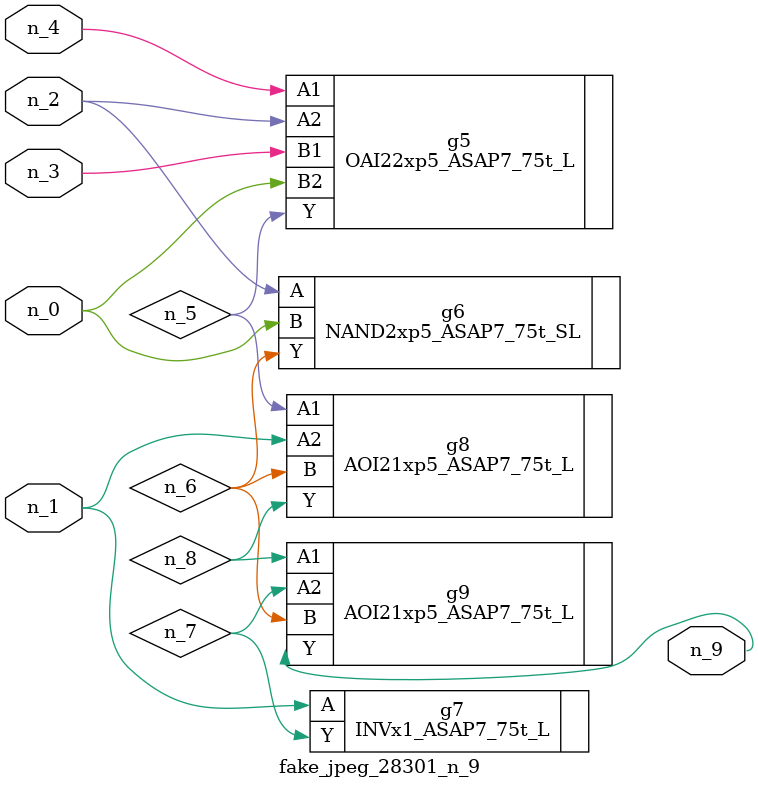
<source format=v>
module fake_jpeg_28301_n_9 (n_3, n_2, n_1, n_0, n_4, n_9);

input n_3;
input n_2;
input n_1;
input n_0;
input n_4;

output n_9;

wire n_8;
wire n_6;
wire n_5;
wire n_7;

OAI22xp5_ASAP7_75t_L g5 ( 
.A1(n_4),
.A2(n_2),
.B1(n_3),
.B2(n_0),
.Y(n_5)
);

NAND2xp5_ASAP7_75t_SL g6 ( 
.A(n_2),
.B(n_0),
.Y(n_6)
);

INVx1_ASAP7_75t_L g7 ( 
.A(n_1),
.Y(n_7)
);

AOI21xp5_ASAP7_75t_L g8 ( 
.A1(n_5),
.A2(n_1),
.B(n_6),
.Y(n_8)
);

AOI21xp5_ASAP7_75t_L g9 ( 
.A1(n_8),
.A2(n_7),
.B(n_6),
.Y(n_9)
);


endmodule
</source>
